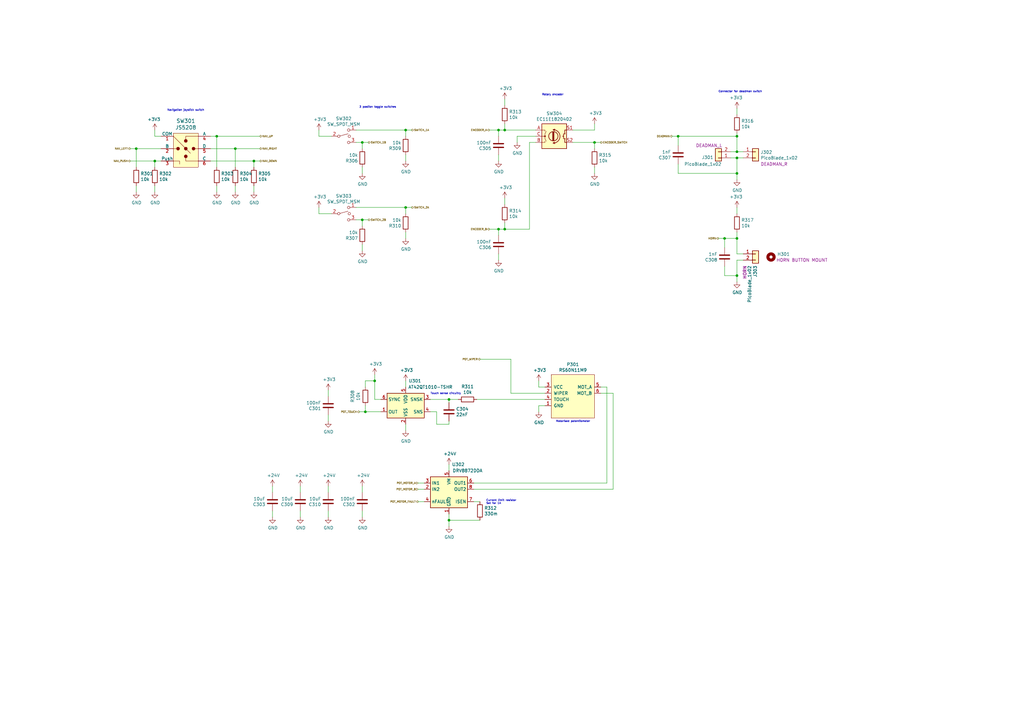
<source format=kicad_sch>
(kicad_sch (version 20211123) (generator eeschema)
  (paper "A3")
  (title_block (title "Control Box") (date "2020-12-15") (rev "vB") (comment 1 "EA") (comment 2 "MJ"))
  (lib_symbols
    (symbol "Driver_Motor:DRV8872DDA"
      (property "Reference" "U" (at -6.35 6.35 0))
      (property "Value" "DRV8872DDA" (at 8.89 6.35 0))
      (symbol "DRV8872DDA_0_1"
        (rectangle (start -7.62 5.08) (end 7.62 -7.62) (stroke (width 0.254)) (fill (type background)))
      )
      (symbol "DRV8872DDA_1_1"
        (pin power_in line (at 0 -10.16 90) (length 2.54) (name "GND") (number "1"))
        (pin input line (at -10.16 0 0) (length 2.54) (name "IN2") (number "2"))
        (pin input line (at -10.16 2.54 0) (length 2.54) (name "IN1") (number "3"))
        (pin open_collector line (at -10.16 -5.08 0) (length 2.54) (name "nFAULT") (number "4"))
        (pin power_in line (at 0 7.62 270) (length 2.54) (name "VM") (number "5"))
        (pin output line (at 10.16 2.54 180) (length 2.54) (name "OUT1") (number "6"))
        (pin passive line (at 10.16 -5.08 180) (length 2.54) (name "ISEN") (number "7"))
        (pin output line (at 10.16 0 180) (length 2.54) (name "OUT2") (number "8"))
        (pin passive line (at 0 -10.16 90) (length 2.54) hide (name "GND") (number "9"))
      )
    )
    (symbol "RCAS_Connectors_Generic:Conn_01x02" (pin_names (offset 1.016) hide)
      (property "Reference" "J" (at 0 2.54 0))
      (property "Value" "Conn_01x02" (at 0 -5.08 0))
      (symbol "Conn_01x02_1_1"
        (rectangle (start -1.27 -2.413) (end 0 -2.667) (stroke (width 0.1524)))
        (rectangle (start -1.27 0.127) (end 0 -0.127) (stroke (width 0.1524)))
        (rectangle (start -1.27 1.27) (end 1.27 -3.81) (stroke (width 0.254)) (fill (type background)))
        (pin passive line (at -5.08 0 0) (length 3.81) (name "Pin_1") (number "1"))
        (pin passive line (at -5.08 -2.54 0) (length 3.81) (name "Pin_2") (number "2"))
      )
    )
    (symbol "RCAS_Mechanical:MountingHole" (pin_names (offset 1.016))
      (property "Reference" "H" (at 0 5.08 0))
      (property "Value" "MountingHole" (at 0 3.175 0))
      (symbol "MountingHole_0_1"
        (circle (center 0 0) (radius 1.27) (stroke (width 1.27)))
      )
    )
    (symbol "RCAS_Passives:Capacitor" (pin_numbers hide) (pin_names (offset 0.254))
      (property "Reference" "C" (at 0.635 2.54 0))
      (property "Value" "Capacitor" (at 0.635 -2.54 0))
      (symbol "Capacitor_0_1"
        (polyline (pts (xy -2.032 -0.762) (xy 2.032 -0.762)) (stroke (width 0.508)))
        (polyline (pts (xy -2.032 0.762) (xy 2.032 0.762)) (stroke (width 0.508)))
      )
      (symbol "Capacitor_1_1"
        (pin passive line (at 0 3.81 270) (length 2.794) (name "~") (number "1"))
        (pin passive line (at 0 -3.81 90) (length 2.794) (name "~") (number "2"))
      )
    )
    (symbol "RCAS_Passives:Resistor" (pin_numbers hide) (pin_names (offset 0))
      (property "Reference" "R" (at 2.032 0 90))
      (property "Value" "Resistor" (at 0 0 90))
      (symbol "Resistor_0_1"
        (rectangle (start -1.016 -2.54) (end 1.016 2.54) (stroke (width 0.254)))
      )
      (symbol "Resistor_1_1"
        (pin passive line (at 0 3.81 270) (length 1.27) (name "~") (number "1"))
        (pin passive line (at 0 -3.81 90) (length 1.27) (name "~") (number "2"))
      )
    )
    (symbol "RCAS_Potentiometers:RS60N11M9" (pin_names (offset 1.016))
      (property "Reference" "P" (at 7.62 13.97 0))
      (property "Value" "RS60N11M9" (at 7.62 11.43 0))
      (symbol "RS60N11M9_0_1"
        (rectangle (start -1.27 10.16) (end 16.51 -7.62) (fill (type background)))
      )
      (symbol "RS60N11M9_1_1"
        (pin power_in line (at -3.81 -2.54 0) (length 2.54) (name "GND") (number "1"))
        (pin output line (at -3.81 2.54 0) (length 2.54) (name "WIPER") (number "2"))
        (pin power_in line (at -3.81 5.08 0) (length 2.54) (name "VCC") (number "3"))
        (pin output line (at -3.81 0 0) (length 2.54) (name "TOUCH") (number "4"))
        (pin input line (at 19.05 5.08 180) (length 2.54) (name "MOT_A") (number "5"))
        (pin input line (at 19.05 2.54 180) (length 2.54) (name "MOT_B") (number "6"))
      )
    )
    (symbol "RCAS_Power_Symbols:+24V0" (power) (pin_names (offset 0))
      (property "Value" "+24V0" (at 0 3.556 0))
      (symbol "+24V0_0_1"
        (polyline (pts (xy -0.762 1.27) (xy 0 2.54)))
        (polyline (pts (xy 0 0) (xy 0 2.54)))
        (polyline (pts (xy 0 2.54) (xy 0.762 1.27)))
      )
      (symbol "+24V0_1_1"
        (pin power_in line (at 0 0 90) (length 0) hide (name "+24V") (number "1"))
      )
    )
    (symbol "RCAS_Power_Symbols:+3V3" (power) (pin_names (offset 0))
      (property "Value" "+3V3" (at 0 3.556 0))
      (symbol "+3V3_0_1"
        (polyline (pts (xy -0.762 1.27) (xy 0 2.54)))
        (polyline (pts (xy 0 0) (xy 0 2.54)))
        (polyline (pts (xy 0 2.54) (xy 0.762 1.27)))
      )
      (symbol "+3V3_1_1"
        (pin power_in line (at 0 0 90) (length 0) hide (name "+3V3") (number "1"))
      )
    )
    (symbol "RCAS_Power_Symbols:GND" (power) (pin_names (offset 0))
      (property "Value" "GND" (at 0 -3.81 0))
      (symbol "GND_0_1"
        (polyline (pts (xy 0 0) (xy 0 -1.27) (xy 1.27 -1.27) (xy 0 -2.54) (xy -1.27 -1.27) (xy 0 -1.27)))
      )
      (symbol "GND_1_1"
        (pin power_in line (at 0 0 270) (length 0) hide (name "GND") (number "1"))
      )
    )
    (symbol "RCAS_Sensor_Touch:AT42QT1010-TSHR"
      (property "Reference" "U" (at -2.54 8.255 0))
      (property "Value" "AT42QT1010-TSHR" (at -2.54 6.35 0))
      (symbol "AT42QT1010-TSHR_0_1"
        (rectangle (start -7.62 5.08) (end 7.62 -5.08) (stroke (width 0.254)) (fill (type background)))
      )
      (symbol "AT42QT1010-TSHR_1_1"
        (pin output line (at -10.16 -2.54 0) (length 2.54) (name "OUT") (number "1"))
        (pin power_in line (at 0 -7.62 90) (length 2.54) (name "VSS") (number "2"))
        (pin passive line (at 10.16 2.54 180) (length 2.54) (name "SNSK") (number "3"))
        (pin passive line (at 10.16 -2.54 180) (length 2.54) (name "SNS") (number "4"))
        (pin power_in line (at 0 7.62 270) (length 2.54) (name "VDD") (number "5"))
        (pin input line (at -10.16 2.54 0) (length 2.54) (name "SYNC") (number "6"))
      )
    )
    (symbol "RCAS_Switches:JS5208" (pin_names (offset 0))
      (property "Reference" "S" (at -5.08 7.62 0))
      (property "Value" "JS5208" (at 0 -8.89 0))
      (symbol "JS5208_0_1"
        (rectangle (start -5.08 6.35) (end 5.08 -7.62) (fill (type background)))
        (circle (center -3.175 0) (radius 0.635) (fill (type outline)))
        (circle (center 0 -3.175) (radius 0.635) (fill (type outline)))
        (polyline (pts (xy -5.08 0) (xy -3.81 0)))
        (polyline (pts (xy -5.08 5.08) (xy 1.905 -1.905)))
        (polyline (pts (xy 5.08 0) (xy 3.81 0)))
        (polyline (pts (xy -5.08 -5.08) (xy -2.54 -5.08) (xy -2.54 -6.35)))
        (polyline (pts (xy 5.08 -5.08) (xy 0 -5.08) (xy 0 -3.81)))
        (polyline (pts (xy 5.08 5.08) (xy 0 5.08) (xy 0 3.81)))
        (circle (center 0 0) (radius 0.635) (fill (type outline)))
        (circle (center 0 3.175) (radius 0.635) (fill (type outline)))
        (circle (center 3.175 0) (radius 0.635) (fill (type outline)))
      )
      (symbol "JS5208_1_1"
        (pin passive line (at -10.16 5.08 0) (length 5.08) (name "COM") (number "1"))
        (pin passive line (at -10.16 0 0) (length 5.08) (name "B") (number "2"))
        (pin passive line (at -10.16 -5.08 0) (length 5.08) (name "Push") (number "3"))
        (pin passive line (at 10.16 5.08 180) (length 5.08) (name "A") (number "4"))
        (pin passive line (at 10.16 0 180) (length 5.08) (name "D") (number "5"))
        (pin passive line (at 10.16 -5.08 180) (length 5.08) (name "C") (number "6"))
      )
    )
    (symbol "RCAS_Switches:Rotary_Encoder_Switch" (pin_names (offset 0.254) hide)
      (property "Reference" "SW" (at 0 6.604 0))
      (property "Value" "Rotary_Encoder_Switch" (at 0 -6.604 0))
      (symbol "Rotary_Encoder_Switch_0_1"
        (rectangle (start -5.08 5.08) (end 5.08 -5.08) (stroke (width 0.254)) (fill (type background)))
        (circle (center -3.81 0) (radius 0.254) (fill (type outline)))
        (arc (start -0.381 -2.794) (mid 2.3622 -0.0635) (end -0.381 2.667) (stroke (width 0.254)))
        (circle (center -0.381 0) (radius 1.905) (stroke (width 0.254)))
        (polyline (pts (xy -0.635 -1.778) (xy -0.635 1.778)) (stroke (width 0.254)))
        (polyline (pts (xy -0.381 -1.778) (xy -0.381 1.778)) (stroke (width 0.254)))
        (polyline (pts (xy -0.127 1.778) (xy -0.127 -1.778)) (stroke (width 0.254)))
        (polyline (pts (xy 3.81 0) (xy 3.429 0)) (stroke (width 0.254)))
        (polyline (pts (xy 3.81 1.016) (xy 3.81 -1.016)) (stroke (width 0.254)))
        (polyline (pts (xy -5.08 -2.54) (xy -3.81 -2.54) (xy -3.81 -2.032)))
        (polyline (pts (xy -5.08 2.54) (xy -3.81 2.54) (xy -3.81 2.032)))
        (polyline (pts (xy 0.254 -3.048) (xy -0.508 -2.794) (xy 0.127 -2.413)) (stroke (width 0.254)))
        (polyline (pts (xy 0.254 2.921) (xy -0.508 2.667) (xy 0.127 2.286)) (stroke (width 0.254)))
        (polyline (pts (xy 5.08 -2.54) (xy 4.318 -2.54) (xy 4.318 -1.016)) (stroke (width 0.254)))
        (polyline (pts (xy 5.08 2.54) (xy 4.318 2.54) (xy 4.318 1.016)) (stroke (width 0.254)))
        (polyline (pts (xy -5.08 0) (xy -3.81 0) (xy -3.81 -1.016) (xy -3.302 -2.032)))
        (polyline (pts (xy -4.318 0) (xy -3.81 0) (xy -3.81 1.016) (xy -3.302 2.032)))
        (circle (center 4.318 -1.016) (radius 0.127) (stroke (width 0.254)))
        (circle (center 4.318 1.016) (radius 0.127) (stroke (width 0.254)))
      )
      (symbol "Rotary_Encoder_Switch_1_1"
        (pin passive line (at -7.62 2.54 0) (length 2.54) (name "A") (number "A"))
        (pin passive line (at -7.62 -2.54 0) (length 2.54) (name "B") (number "B"))
        (pin passive line (at -7.62 0 0) (length 2.54) (name "C") (number "C"))
        (pin passive line (at 7.62 2.54 180) (length 2.54) (name "S1") (number "S1"))
        (pin passive line (at 7.62 -2.54 180) (length 2.54) (name "S2") (number "S2"))
      )
    )
    (symbol "RCAS_Switches:SW_SPDT_MSM" (pin_names (offset 0) hide)
      (property "Reference" "SW" (at 0 5.08 0))
      (property "Value" "SW_SPDT_MSM" (at 0 -5.08 0))
      (symbol "SW_SPDT_MSM_0_0"
        (circle (center -2.032 0) (radius 0.508))
        (polyline (pts (xy -1.524 0.127) (xy 1.778 1.016)))
        (circle (center 2.032 -2.54) (radius 0.508))
      )
      (symbol "SW_SPDT_MSM_0_1"
        (circle (center 2.032 2.54) (radius 0.508))
        (circle (center 2.286 0) (radius 0.508))
      )
      (symbol "SW_SPDT_MSM_1_1"
        (pin passive line (at 5.08 2.54 180) (length 2.54) (name "1") (number "1"))
        (pin passive line (at -5.08 0 0) (length 2.54) (name "2") (number "2"))
        (pin passive line (at 5.08 -2.54 180) (length 2.54) (name "3") (number "3"))
      )
    )
  )
  (junction (at 207.01 93.98))
  (junction (at 243.84 58.42))
  (junction (at 63.5 66.04))
  (junction (at 302.26 64.77))
  (junction (at 302.26 71.12))
  (junction (at 104.14 66.04))
  (junction (at 204.47 93.98))
  (junction (at 302.26 113.03))
  (junction (at 166.37 85.09))
  (junction (at 184.15 213.36))
  (junction (at 297.18 97.79))
  (junction (at 148.59 58.42))
  (junction (at 207.01 53.34))
  (junction (at 204.47 53.34))
  (junction (at 148.59 90.17))
  (junction (at 302.26 97.79))
  (junction (at 166.37 53.34))
  (junction (at 184.15 163.83))
  (junction (at 278.13 55.88))
  (junction (at 302.26 55.88))
  (junction (at 149.86 168.91))
  (junction (at 302.26 62.23))
  (junction (at 96.52 60.96))
  (junction (at 55.88 60.96))
  (junction (at 88.9 55.88))
  (junction (at 153.67 156.21))
  (wire (pts (xy 302.26 55.88) (xy 302.26 62.23)))
  (wire (pts (xy 223.52 158.75) (xy 220.98 158.75)))
  (wire (pts (xy 207.01 50.8) (xy 207.01 53.34)))
  (wire (pts (xy 149.86 158.75) (xy 149.86 156.21)))
  (wire (pts (xy 134.62 162.56) (xy 134.62 160.02)))
  (wire (pts (xy 248.92 198.12) (xy 194.31 198.12)))
  (wire (pts (xy 294.64 97.79) (xy 297.18 97.79)))
  (wire (pts (xy 111.76 201.93) (xy 111.76 199.39)))
  (wire (pts (xy 148.59 209.55) (xy 148.59 212.09)))
  (wire (pts (xy 220.98 168.91) (xy 220.98 166.37)))
  (wire (pts (xy 176.53 163.83) (xy 184.15 163.83)))
  (wire (pts (xy 184.15 213.36) (xy 184.15 215.9)))
  (wire (pts (xy 55.88 60.96) (xy 53.34 60.96)))
  (wire (pts (xy 204.47 93.98) (xy 207.01 93.98)))
  (wire (pts (xy 212.09 55.88) (xy 219.71 55.88)))
  (wire (pts (xy 302.26 106.68) (xy 304.8 106.68)))
  (wire (pts (xy 147.32 168.91) (xy 149.86 168.91)))
  (wire (pts (xy 220.98 166.37) (xy 223.52 166.37)))
  (wire (pts (xy 297.18 97.79) (xy 302.26 97.79)))
  (wire (pts (xy 207.01 53.34) (xy 219.71 53.34)))
  (wire (pts (xy 104.14 66.04) (xy 104.14 68.58)))
  (wire (pts (xy 209.55 161.29) (xy 209.55 147.32)))
  (wire (pts (xy 153.67 153.67) (xy 153.67 156.21)))
  (wire (pts (xy 195.58 163.83) (xy 223.52 163.83)))
  (wire (pts (xy 207.01 40.64) (xy 207.01 43.18)))
  (wire (pts (xy 130.81 53.34) (xy 130.81 55.88)))
  (wire (pts (xy 234.95 53.34) (xy 243.84 53.34)))
  (wire (pts (xy 302.26 113.03) (xy 297.18 113.03)))
  (wire (pts (xy 55.88 60.96) (xy 55.88 68.58)))
  (wire (pts (xy 246.38 158.75) (xy 248.92 158.75)))
  (wire (pts (xy 204.47 104.14) (xy 204.47 106.68)))
  (wire (pts (xy 88.9 55.88) (xy 86.36 55.88)))
  (wire (pts (xy 148.59 102.87) (xy 148.59 100.33)))
  (wire (pts (xy 148.59 58.42) (xy 148.59 60.96)))
  (wire (pts (xy 166.37 53.34) (xy 168.91 53.34)))
  (wire (pts (xy 302.26 71.12) (xy 302.26 73.66)))
  (wire (pts (xy 302.26 44.45) (xy 302.26 46.99)))
  (wire (pts (xy 204.47 53.34) (xy 207.01 53.34)))
  (wire (pts (xy 96.52 60.96) (xy 96.52 68.58)))
  (wire (pts (xy 179.07 173.99) (xy 184.15 173.99)))
  (wire (pts (xy 148.59 90.17) (xy 148.59 92.71)))
  (wire (pts (xy 148.59 71.12) (xy 148.59 68.58)))
  (wire (pts (xy 171.45 205.74) (xy 173.99 205.74)))
  (wire (pts (xy 88.9 78.74) (xy 88.9 76.2)))
  (wire (pts (xy 130.81 55.88) (xy 135.89 55.88)))
  (wire (pts (xy 176.53 168.91) (xy 179.07 168.91)))
  (wire (pts (xy 278.13 55.88) (xy 275.59 55.88)))
  (wire (pts (xy 278.13 55.88) (xy 302.26 55.88)))
  (wire (pts (xy 207.01 81.28) (xy 207.01 83.82)))
  (wire (pts (xy 302.26 64.77) (xy 304.8 64.77)))
  (wire (pts (xy 299.72 64.77) (xy 302.26 64.77)))
  (wire (pts (xy 63.5 53.34) (xy 63.5 55.88)))
  (wire (pts (xy 166.37 158.75) (xy 166.37 156.21)))
  (wire (pts (xy 302.26 64.77) (xy 302.26 71.12)))
  (wire (pts (xy 209.55 161.29) (xy 223.52 161.29)))
  (wire (pts (xy 302.26 54.61) (xy 302.26 55.88)))
  (wire (pts (xy 297.18 97.79) (xy 297.18 101.6)))
  (wire (pts (xy 166.37 85.09) (xy 168.91 85.09)))
  (wire (pts (xy 194.31 205.74) (xy 196.85 205.74)))
  (wire (pts (xy 166.37 85.09) (xy 146.05 85.09)))
  (wire (pts (xy 130.81 85.09) (xy 130.81 87.63)))
  (wire (pts (xy 243.84 58.42) (xy 243.84 60.96)))
  (wire (pts (xy 63.5 78.74) (xy 63.5 76.2)))
  (wire (pts (xy 184.15 165.1) (xy 184.15 163.83)))
  (wire (pts (xy 243.84 71.12) (xy 243.84 68.58)))
  (wire (pts (xy 149.86 168.91) (xy 156.21 168.91)))
  (wire (pts (xy 302.26 62.23) (xy 299.72 62.23)))
  (wire (pts (xy 166.37 66.04) (xy 166.37 63.5)))
  (wire (pts (xy 123.19 201.93) (xy 123.19 199.39)))
  (wire (pts (xy 184.15 193.04) (xy 184.15 190.5)))
  (wire (pts (xy 111.76 209.55) (xy 111.76 212.09)))
  (wire (pts (xy 304.8 104.14) (xy 302.26 104.14)))
  (wire (pts (xy 148.59 90.17) (xy 151.13 90.17)))
  (wire (pts (xy 146.05 90.17) (xy 148.59 90.17)))
  (wire (pts (xy 217.17 58.42) (xy 217.17 93.98)))
  (wire (pts (xy 173.99 200.66) (xy 171.45 200.66)))
  (wire (pts (xy 96.52 78.74) (xy 96.52 76.2)))
  (wire (pts (xy 123.19 209.55) (xy 123.19 212.09)))
  (wire (pts (xy 302.26 85.09) (xy 302.26 87.63)))
  (wire (pts (xy 248.92 158.75) (xy 248.92 198.12)))
  (wire (pts (xy 63.5 66.04) (xy 63.5 68.58)))
  (wire (pts (xy 86.36 60.96) (xy 96.52 60.96)))
  (wire (pts (xy 220.98 158.75) (xy 220.98 156.21)))
  (wire (pts (xy 171.45 198.12) (xy 173.99 198.12)))
  (wire (pts (xy 302.26 106.68) (xy 302.26 113.03)))
  (wire (pts (xy 207.01 91.44) (xy 207.01 93.98)))
  (wire (pts (xy 166.37 176.53) (xy 166.37 173.99)))
  (wire (pts (xy 104.14 66.04) (xy 106.68 66.04)))
  (wire (pts (xy 278.13 55.88) (xy 278.13 59.69)))
  (wire (pts (xy 166.37 87.63) (xy 166.37 85.09)))
  (wire (pts (xy 243.84 50.8) (xy 243.84 53.34)))
  (wire (pts (xy 184.15 210.82) (xy 184.15 213.36)))
  (wire (pts (xy 148.59 58.42) (xy 151.13 58.42)))
  (wire (pts (xy 302.26 115.57) (xy 302.26 113.03)))
  (wire (pts (xy 184.15 163.83) (xy 187.96 163.83)))
  (wire (pts (xy 149.86 156.21) (xy 153.67 156.21)))
  (wire (pts (xy 153.67 156.21) (xy 153.67 163.83)))
  (wire (pts (xy 66.04 66.04) (xy 63.5 66.04)))
  (wire (pts (xy 278.13 71.12) (xy 302.26 71.12)))
  (wire (pts (xy 149.86 166.37) (xy 149.86 168.91)))
  (wire (pts (xy 302.26 97.79) (xy 302.26 95.25)))
  (wire (pts (xy 66.04 60.96) (xy 55.88 60.96)))
  (wire (pts (xy 156.21 163.83) (xy 153.67 163.83)))
  (wire (pts (xy 134.62 170.18) (xy 134.62 172.72)))
  (wire (pts (xy 88.9 55.88) (xy 106.68 55.88)))
  (wire (pts (xy 243.84 58.42) (xy 246.38 58.42)))
  (wire (pts (xy 166.37 97.79) (xy 166.37 95.25)))
  (wire (pts (xy 209.55 147.32) (xy 196.85 147.32)))
  (wire (pts (xy 200.66 53.34) (xy 204.47 53.34)))
  (wire (pts (xy 204.47 63.5) (xy 204.47 66.04)))
  (wire (pts (xy 194.31 200.66) (xy 251.46 200.66)))
  (wire (pts (xy 207.01 93.98) (xy 217.17 93.98)))
  (wire (pts (xy 166.37 55.88) (xy 166.37 53.34)))
  (wire (pts (xy 184.15 173.99) (xy 184.15 172.72)))
  (wire (pts (xy 104.14 78.74) (xy 104.14 76.2)))
  (wire (pts (xy 200.66 93.98) (xy 204.47 93.98)))
  (wire (pts (xy 217.17 58.42) (xy 219.71 58.42)))
  (wire (pts (xy 302.26 97.79) (xy 302.26 104.14)))
  (wire (pts (xy 204.47 96.52) (xy 204.47 93.98)))
  (wire (pts (xy 302.26 62.23) (xy 304.8 62.23)))
  (wire (pts (xy 134.62 201.93) (xy 134.62 199.39)))
  (wire (pts (xy 278.13 67.31) (xy 278.13 71.12)))
  (wire (pts (xy 179.07 168.91) (xy 179.07 173.99)))
  (wire (pts (xy 212.09 55.88) (xy 212.09 58.42)))
  (wire (pts (xy 63.5 55.88) (xy 66.04 55.88)))
  (wire (pts (xy 88.9 55.88) (xy 88.9 68.58)))
  (wire (pts (xy 297.18 109.22) (xy 297.18 113.03)))
  (wire (pts (xy 251.46 200.66) (xy 251.46 161.29)))
  (wire (pts (xy 196.85 213.36) (xy 184.15 213.36)))
  (wire (pts (xy 55.88 78.74) (xy 55.88 76.2)))
  (wire (pts (xy 166.37 53.34) (xy 146.05 53.34)))
  (wire (pts (xy 146.05 58.42) (xy 148.59 58.42)))
  (wire (pts (xy 251.46 161.29) (xy 246.38 161.29)))
  (wire (pts (xy 204.47 55.88) (xy 204.47 53.34)))
  (wire (pts (xy 130.81 87.63) (xy 135.89 87.63)))
  (wire (pts (xy 86.36 66.04) (xy 104.14 66.04)))
  (wire (pts (xy 134.62 209.55) (xy 134.62 212.09)))
  (wire (pts (xy 96.52 60.96) (xy 106.68 60.96)))
  (wire (pts (xy 234.95 58.42) (xy 243.84 58.42)))
  (wire (pts (xy 53.34 66.04) (xy 63.5 66.04)))
  (wire (pts (xy 148.59 201.93) (xy 148.59 199.39)))
  (text "Connector for deadman switch" (at 294.64 38.1 0) (effects (font (size 0.762 0.762)) (justify left bottom)))
  (text "Motorised potentiometer" (at 227.965 173.355 0) (effects (font (size 0.762 0.762)) (justify left bottom)))
  (text "Touch sense circuitry" (at 176.53 161.925 0) (effects (font (size 0.762 0.762)) (justify left bottom)))
  (text "Current limit resistor\nSet for 1A" (at 199.39 207.01 0) (effects (font (size 0.762 0.762)) (justify left bottom)))
  (text "Navigation joystick switch" (at 68.58 45.72 0) (effects (font (size 0.762 0.762)) (justify left bottom)))
  (text "Rotary encoder" (at 222.25 39.37 0) (effects (font (size 0.762 0.762)) (justify left bottom)))
  (text "3 postion toggle switches" (at 147.32 44.45 0) (effects (font (size 0.762 0.762)) (justify left bottom)))
  (hierarchical_label "ENCODER_B" (shape output) (at 200.66 93.98 180) (effects (font (size 0.762 0.762))))
  (hierarchical_label "POT_MOTOR_A" (shape input) (at 171.45 198.12 180) (effects (font (size 0.762 0.762))))
  (hierarchical_label "DEADMAN" (shape output) (at 275.59 55.88 180) (effects (font (size 0.762 0.762))))
  (hierarchical_label "SWITCH_2B" (shape output) (at 151.13 90.17 0) (effects (font (size 0.762 0.762))))
  (hierarchical_label "POT_WIPER" (shape output) (at 196.85 147.32 180) (effects (font (size 0.762 0.762))))
  (hierarchical_label "NAV_UP" (shape output) (at 106.68 55.88 0) (effects (font (size 0.762 0.762))))
  (hierarchical_label "SWITCH_2A" (shape output) (at 168.91 85.09 0) (effects (font (size 0.762 0.762))))
  (hierarchical_label "ENCODER_SWITCH" (shape output) (at 246.38 58.42 0) (effects (font (size 0.762 0.762))))
  (hierarchical_label "POT_MOTOR_B" (shape input) (at 171.45 200.66 180) (effects (font (size 0.762 0.762))))
  (hierarchical_label "NAV_DOWN" (shape output) (at 106.68 66.04 0) (effects (font (size 0.762 0.762))))
  (hierarchical_label "ENCODER_A" (shape output) (at 200.66 53.34 180) (effects (font (size 0.762 0.762))))
  (hierarchical_label "HORN" (shape output) (at 294.64 97.79 180) (effects (font (size 0.762 0.762))))
  (hierarchical_label "POT_MOTOR_FAULT" (shape output) (at 171.45 205.74 180) (effects (font (size 0.762 0.762))))
  (hierarchical_label "SWITCH_1A" (shape output) (at 168.91 53.34 0) (effects (font (size 0.762 0.762))))
  (hierarchical_label "NAV_LEFT" (shape output) (at 53.34 60.96 180) (effects (font (size 0.762 0.762))))
  (hierarchical_label "SWITCH_1B" (shape output) (at 151.13 58.42 0) (effects (font (size 0.762 0.762))))
  (hierarchical_label "POT_TOUCH" (shape output) (at 147.32 168.91 180) (effects (font (size 0.762 0.762))))
  (hierarchical_label "NAV_PUSH" (shape output) (at 53.34 66.04 180) (effects (font (size 0.762 0.762))))
  (hierarchical_label "NAV_RIGHT" (shape output) (at 106.68 60.96 0) (effects (font (size 0.762 0.762))))
  (symbol (lib_id "RCAS_Power_Symbols:GND") (at 220.98 168.91 0) (unit 1)
    (property "Reference" "#PWR0331" (effects hide))
    (property "Value" "GND" (at 221.107 173.3042 0))
  )
  (symbol (lib_id "RCAS_Power_Symbols:+3V3") (at 166.37 156.21 0) (unit 1)
    (property "Reference" "#PWR0321" (effects hide))
    (property "Value" "+3V3" (at 166.751 151.8158 0))
  )
  (symbol (lib_id "RCAS_Power_Symbols:GND") (at 166.37 176.53 0) (unit 1)
    (property "Reference" "#PWR0322" (effects hide))
    (property "Value" "GND" (at 166.497 180.9242 0))
  )
  (symbol (lib_id "RCAS_Sensor_Touch:AT42QT1010-TSHR") (at 166.37 166.37 0) (unit 1)
    (property "Reference" "U301" (at 170.18 156.21 0))
    (property "Value" "AT42QT1010-TSHR" (at 176.53 158.75 0))
    (property "Footprint" "RCAS_Package_TO_SOT_SMD:SOT-23-6" (effects hide))
    (property "Basic/Extended" "Extended" (effects hide))
    (property "LCSC" "C74512" (effects hide))
  )
  (symbol (lib_id "RCAS_Power_Symbols:+3V3") (at 220.98 156.21 0) (unit 1)
    (property "Reference" "#PWR0330" (effects hide))
    (property "Value" "+3V3" (at 221.361 151.8158 0))
  )
  (symbol (lib_id "RCAS_Passives:Capacitor") (at 184.15 168.91 0) (unit 1)
    (property "Reference" "C304" (at 187.071 167.7416 0) (effects (justify left)))
    (property "Value" "22nF" (at 187.071 170.053 0) (effects (justify left)))
    (property "Footprint" "RCAS_Capacitor_SMD:C_0603_1608Metric_Pad1.05x0.95mm_HandSolder" (effects hide))
    (property "Basic/Extended" "Basic" (effects hide))
    (property "LCSC" "C21122" (effects hide))
  )
  (symbol (lib_id "RCAS_Passives:Resistor") (at 191.77 163.83 270) (unit 1)
    (property "Reference" "R311" (at 191.77 158.5722 90))
    (property "Value" "10k" (at 191.77 160.8836 90))
    (property "Footprint" "RCAS_Resistor_SMD:R_0603_1608Metric_Pad1.05x0.95mm_HandSolder" (effects hide))
    (property "Basic/Extended" "Basic" (effects hide))
    (property "LCSC" "C25804" (effects hide))
  )
  (symbol (lib_id "RCAS_Passives:Capacitor") (at 204.47 59.69 180) (unit 1)
    (property "Reference" "C305" (at 201.549 60.8584 0) (effects (justify left)))
    (property "Value" "100nF" (at 201.549 58.547 0) (effects (justify left)))
    (property "Footprint" "RCAS_Capacitor_SMD:C_0603_1608Metric_Pad1.05x0.95mm_HandSolder" (effects hide))
    (property "LCSC" "C14663" (effects hide))
    (property "Basic/Extended" "Basic" (effects hide))
  )
  (symbol (lib_id "RCAS_Passives:Resistor") (at 63.5 72.39 0) (unit 1)
    (property "Reference" "R302" (at 65.278 71.2216 0) (effects (justify left)))
    (property "Value" "10k" (at 65.278 73.533 0) (effects (justify left)))
    (property "Footprint" "RCAS_Resistor_SMD:R_0603_1608Metric_Pad1.05x0.95mm_HandSolder" (effects hide))
    (property "Basic/Extended" "Basic" (effects hide))
    (property "LCSC" "C25804" (effects hide))
  )
  (symbol (lib_id "RCAS_Passives:Resistor") (at 96.52 72.39 0) (unit 1)
    (property "Reference" "R304" (at 98.298 71.2216 0) (effects (justify left)))
    (property "Value" "10k" (at 98.298 73.533 0) (effects (justify left)))
    (property "Footprint" "RCAS_Resistor_SMD:R_0603_1608Metric_Pad1.05x0.95mm_HandSolder" (effects hide))
    (property "Basic/Extended" "Basic" (effects hide))
    (property "LCSC" "C25804" (effects hide))
  )
  (symbol (lib_id "RCAS_Passives:Resistor") (at 88.9 72.39 0) (unit 1)
    (property "Reference" "R303" (at 90.678 71.2216 0) (effects (justify left)))
    (property "Value" "10k" (at 90.678 73.533 0) (effects (justify left)))
    (property "Footprint" "RCAS_Resistor_SMD:R_0603_1608Metric_Pad1.05x0.95mm_HandSolder" (effects hide))
    (property "Basic/Extended" "Basic" (effects hide))
    (property "LCSC" "C25804" (effects hide))
  )
  (symbol (lib_id "RCAS_Power_Symbols:+3V3") (at 63.5 53.34 0) (mirror y) (unit 1)
    (property "Reference" "#PWR0302" (effects hide))
    (property "Value" "+3V3" (at 63.119 48.9458 0))
  )
  (symbol (lib_id "RCAS_Passives:Resistor") (at 104.14 72.39 0) (unit 1)
    (property "Reference" "R305" (at 105.918 71.2216 0) (effects (justify left)))
    (property "Value" "10k" (at 105.918 73.533 0) (effects (justify left)))
    (property "Footprint" "RCAS_Resistor_SMD:R_0603_1608Metric_Pad1.05x0.95mm_HandSolder" (effects hide))
    (property "Basic/Extended" "Basic" (effects hide))
    (property "LCSC" "C25804" (effects hide))
  )
  (symbol (lib_id "RCAS_Passives:Resistor") (at 207.01 46.99 0) (unit 1)
    (property "Reference" "R313" (at 208.788 45.8216 0) (effects (justify left)))
    (property "Value" "10k" (at 208.788 48.133 0) (effects (justify left)))
    (property "Footprint" "RCAS_Resistor_SMD:R_0603_1608Metric_Pad1.05x0.95mm_HandSolder" (effects hide))
    (property "Basic/Extended" "Basic" (effects hide))
    (property "LCSC" "C25804" (effects hide))
  )
  (symbol (lib_id "RCAS_Power_Symbols:+3V3") (at 207.01 40.64 0) (unit 1)
    (property "Reference" "#PWR0327" (effects hide))
    (property "Value" "+3V3" (at 207.391 36.2458 0))
  )
  (symbol (lib_id "RCAS_Passives:Capacitor") (at 204.47 100.33 180) (unit 1)
    (property "Reference" "C306" (at 201.549 101.4984 0) (effects (justify left)))
    (property "Value" "100nF" (at 201.549 99.187 0) (effects (justify left)))
    (property "Footprint" "RCAS_Capacitor_SMD:C_0603_1608Metric_Pad1.05x0.95mm_HandSolder" (effects hide))
    (property "LCSC" "C14663" (effects hide))
    (property "Basic/Extended" "Basic" (effects hide))
  )
  (symbol (lib_id "RCAS_Passives:Resistor") (at 207.01 87.63 0) (unit 1)
    (property "Reference" "R314" (at 208.788 86.4616 0) (effects (justify left)))
    (property "Value" "10k" (at 208.788 88.773 0) (effects (justify left)))
    (property "Footprint" "RCAS_Resistor_SMD:R_0603_1608Metric_Pad1.05x0.95mm_HandSolder" (effects hide))
    (property "Basic/Extended" "Basic" (effects hide))
    (property "LCSC" "C25804" (effects hide))
  )
  (symbol (lib_id "RCAS_Power_Symbols:+3V3") (at 207.01 81.28 0) (unit 1)
    (property "Reference" "#PWR0328" (effects hide))
    (property "Value" "+3V3" (at 207.391 76.8858 0))
  )
  (symbol (lib_id "RCAS_Power_Symbols:GND") (at 204.47 66.04 0) (unit 1)
    (property "Reference" "#PWR0325" (effects hide))
    (property "Value" "GND" (at 204.597 70.4342 0))
  )
  (symbol (lib_id "RCAS_Power_Symbols:GND") (at 204.47 106.68 0) (unit 1)
    (property "Reference" "#PWR0326" (effects hide))
    (property "Value" "GND" (at 204.597 111.0742 0))
  )
  (symbol (lib_id "RCAS_Power_Symbols:GND") (at 212.09 58.42 0) (unit 1)
    (property "Reference" "#PWR0329" (effects hide))
    (property "Value" "GND" (at 212.217 62.8142 0))
  )
  (symbol (lib_id "RCAS_Power_Symbols:GND") (at 243.84 71.12 0) (unit 1)
    (property "Reference" "#PWR0333" (effects hide))
    (property "Value" "GND" (at 243.967 75.5142 0))
  )
  (symbol (lib_id "RCAS_Passives:Resistor") (at 243.84 64.77 0) (unit 1)
    (property "Reference" "R315" (at 245.618 63.6016 0) (effects (justify left)))
    (property "Value" "10k" (at 245.618 65.913 0) (effects (justify left)))
    (property "Footprint" "RCAS_Resistor_SMD:R_0603_1608Metric_Pad1.05x0.95mm_HandSolder" (effects hide))
    (property "Basic/Extended" "Basic" (effects hide))
    (property "LCSC" "C25804" (effects hide))
  )
  (symbol (lib_id "RCAS_Power_Symbols:+3V3") (at 243.84 50.8 0) (unit 1)
    (property "Reference" "#PWR0332" (effects hide))
    (property "Value" "+3V3" (at 244.221 46.4058 0))
  )
  (symbol (lib_id "RCAS_Potentiometers:RS60N11M9") (at 227.33 163.83 0) (unit 1)
    (property "Reference" "P301" (at 234.95 149.479 0))
    (property "Value" "RS60N11M9" (at 234.95 151.7904 0))
    (property "Footprint" "RCAS_Potentiometer_THT:Potentiometer_Motorised_RS60N11M9" (effects hide))
  )
  (symbol (lib_id "RCAS_Power_Symbols:+3V3") (at 130.81 85.09 0) (unit 1)
    (property "Reference" "#PWR0308" (effects hide))
    (property "Value" "+3V3" (at 131.191 80.6958 0))
  )
  (symbol (lib_id "RCAS_Power_Symbols:GND") (at 148.59 102.87 0) (unit 1)
    (property "Reference" "#PWR0314" (effects hide))
    (property "Value" "GND" (at 148.717 107.2642 0))
  )
  (symbol (lib_id "RCAS_Passives:Resistor") (at 166.37 91.44 0) (unit 1)
    (property "Reference" "R310" (at 164.592 92.6084 0) (effects (justify right)))
    (property "Value" "10k" (at 164.592 90.297 0) (effects (justify right)))
    (property "Footprint" "RCAS_Resistor_SMD:R_0603_1608Metric_Pad1.05x0.95mm_HandSolder" (effects hide))
    (property "Basic/Extended" "Basic" (effects hide))
    (property "LCSC" "C25804" (effects hide))
  )
  (symbol (lib_id "RCAS_Passives:Resistor") (at 148.59 96.52 0) (unit 1)
    (property "Reference" "R307" (at 146.812 97.6884 0) (effects (justify right)))
    (property "Value" "10k" (at 146.812 95.377 0) (effects (justify right)))
    (property "Footprint" "RCAS_Resistor_SMD:R_0603_1608Metric_Pad1.05x0.95mm_HandSolder" (effects hide))
    (property "Basic/Extended" "Basic" (effects hide))
    (property "LCSC" "C25804" (effects hide))
  )
  (symbol (lib_id "RCAS_Power_Symbols:+24V0") (at 184.15 190.5 0) (unit 1)
    (property "Reference" "#PWR0323" (effects hide))
    (property "Value" "+24V0" (at 184.531 186.1058 0))
  )
  (symbol (lib_id "RCAS_Power_Symbols:GND") (at 184.15 215.9 0) (unit 1)
    (property "Reference" "#PWR0324" (effects hide))
    (property "Value" "GND" (at 184.277 220.2942 0))
  )
  (symbol (lib_id "RCAS_Passives:Resistor") (at 196.85 209.55 0) (unit 1)
    (property "Reference" "R312" (at 198.628 208.3816 0) (effects (justify left)))
    (property "Value" "330m" (at 198.628 210.693 0) (effects (justify left)))
    (property "Footprint" "RCAS_Resistor_SMD:R_1210_3225Metric_Pad1.42x2.65mm_HandSolder" (effects hide))
    (property "Description" "330m, 0.5W" (effects hide))
    (property "Basic/Extended" "Extended" (effects hide))
    (property "LCSC" "C127712" (effects hide))
  )
  (symbol (lib_id "RCAS_Power_Symbols:+24V0") (at 111.76 199.39 0) (unit 1)
    (property "Reference" "#PWR0315" (effects hide))
    (property "Value" "+24V0" (at 112.141 194.9958 0))
  )
  (symbol (lib_id "RCAS_Power_Symbols:GND") (at 111.76 212.09 0) (unit 1)
    (property "Reference" "#PWR0316" (effects hide))
    (property "Value" "GND" (at 111.887 216.4842 0))
  )
  (symbol (lib_id "RCAS_Connectors_Generic:Conn_01x02") (at 309.88 62.23 0) (unit 1)
    (property "Reference" "J302" (at 311.912 62.4332 0) (effects (justify left)))
    (property "Value" "PicoBlade_1x02" (at 311.912 64.7446 0) (effects (justify left)))
    (property "Footprint" "RCAS_Connector_Molex:Molex_PicoBlade_53047-0210_1x02_P1.25mm_Vertical" (effects hide))
    (property "Label" "DEADMAN_R" (at 317.5 67.31 0))
    (property "Cost" "£0.13" (effects hide))
    (property "Manufacturer" "Molex" (effects hide))
    (property "Manufacturer Part Number" "0530470210" (effects hide))
    (property "Supplier" "DigiKey" (effects hide))
    (property "Supplier Part Number" "WM1731-ND" (effects hide))
  )
  (symbol (lib_id "RCAS_Passives:Resistor") (at 302.26 50.8 0) (unit 1)
    (property "Reference" "R316" (at 304.038 49.6316 0) (effects (justify left)))
    (property "Value" "10k" (at 304.038 51.943 0) (effects (justify left)))
    (property "Footprint" "RCAS_Resistor_SMD:R_0603_1608Metric_Pad1.05x0.95mm_HandSolder" (effects hide))
    (property "Basic/Extended" "Basic" (effects hide))
    (property "LCSC" "C25804" (effects hide))
  )
  (symbol (lib_id "RCAS_Power_Symbols:GND") (at 302.26 73.66 0) (unit 1)
    (property "Reference" "#PWR0335" (effects hide))
    (property "Value" "GND" (at 302.387 78.0542 0))
  )
  (symbol (lib_id "RCAS_Power_Symbols:+3V3") (at 302.26 44.45 0) (mirror y) (unit 1)
    (property "Reference" "#PWR0334" (effects hide))
    (property "Value" "+3V3" (at 301.879 40.0558 0))
  )
  (symbol (lib_id "RCAS_Connectors_Generic:Conn_01x02") (at 294.64 64.77 180) (unit 1)
    (property "Reference" "J301" (at 292.608 64.5668 0) (effects (justify left)))
    (property "Value" "PicoBlade_1x02" (at 295.91 67.31 0) (effects (justify left)))
    (property "Footprint" "RCAS_Connector_Molex:Molex_PicoBlade_53047-0210_1x02_P1.25mm_Vertical" (effects hide))
    (property "Label" "DEADMAN_L" (at 290.83 59.69 0))
    (property "Cost" "£0.13" (effects hide))
    (property "Manufacturer" "Molex" (effects hide))
    (property "Manufacturer Part Number" "0530470210" (effects hide))
    (property "Supplier" "DigiKey" (effects hide))
    (property "Supplier Part Number" "WM1731-ND" (effects hide))
  )
  (symbol (lib_id "RCAS_Power_Symbols:+3V3") (at 153.67 153.67 0) (unit 1)
    (property "Reference" "#PWR0317" (effects hide))
    (property "Value" "+3V3" (at 154.051 149.2758 0))
  )
  (symbol (lib_id "RCAS_Passives:Resistor") (at 302.26 91.44 0) (unit 1)
    (property "Reference" "R317" (at 304.038 90.2716 0) (effects (justify left)))
    (property "Value" "10k" (at 304.038 92.583 0) (effects (justify left)))
    (property "Footprint" "RCAS_Resistor_SMD:R_0603_1608Metric_Pad1.05x0.95mm_HandSolder" (effects hide))
    (property "Basic/Extended" "Basic" (effects hide))
    (property "LCSC" "C25804" (effects hide))
  )
  (symbol (lib_id "RCAS_Power_Symbols:GND") (at 302.26 115.57 0) (unit 1)
    (property "Reference" "#PWR0337" (effects hide))
    (property "Value" "GND" (at 302.387 119.9642 0))
  )
  (symbol (lib_id "RCAS_Power_Symbols:+3V3") (at 302.26 85.09 0) (mirror y) (unit 1)
    (property "Reference" "#PWR0336" (effects hide))
    (property "Value" "+3V3" (at 301.879 80.6958 0))
  )
  (symbol (lib_id "RCAS_Passives:Capacitor") (at 297.18 105.41 180) (unit 1)
    (property "Reference" "C308" (at 294.259 106.5784 0) (effects (justify left)))
    (property "Value" "1nF" (at 294.259 104.267 0) (effects (justify left)))
    (property "Footprint" "RCAS_Capacitor_SMD:C_0603_1608Metric_Pad1.05x0.95mm_HandSolder" (effects hide))
    (property "Basic/Extended" "Basic" (effects hide))
    (property "LCSC" "C1588" (effects hide))
  )
  (symbol (lib_id "RCAS_Switches:SW_SPDT_MSM") (at 140.97 87.63 0) (unit 1)
    (property "Reference" "SW303" (at 140.97 80.391 0))
    (property "Value" "SW_SPDT_MSM" (at 140.97 82.7024 0))
    (property "Footprint" "RCAS_Button_Switch_THT:SW_Toggle_14x7mm" (effects hide))
  )
  (symbol (lib_id "RCAS_Switches:SW_SPDT_MSM") (at 140.97 55.88 0) (unit 1)
    (property "Reference" "SW302" (at 140.97 48.641 0))
    (property "Value" "SW_SPDT_MSM" (at 140.97 50.9524 0))
    (property "Footprint" "RCAS_Button_Switch_THT:SW_Toggle_14x7mm" (effects hide))
  )
  (symbol (lib_id "RCAS_Switches:Rotary_Encoder_Switch") (at 227.33 55.88 0) (unit 1)
    (property "Reference" "SW304" (at 227.33 46.5582 0))
    (property "Value" "EC11E1820402" (at 227.33 48.8696 0))
    (property "Footprint" "RCAS_Rotary_Encoder:RotaryEncoder_Alps_EC11E-Switch_Vertical_H20mm" (effects hide))
  )
  (symbol (lib_id "RCAS_Switches:JS5208") (at 76.2 60.96 0) (unit 1)
    (property "Reference" "SW301" (at 76.2 49.6062 0) (effects (font (size 1.524 1.524))))
    (property "Value" "JS5208" (at 76.2 52.2986 0) (effects (font (size 1.524 1.524))))
    (property "Footprint" "RCAS_Button_Switch_SMD:Switch_Nav_12.4x12.4mm" (effects hide))
    (property "Datasheet" "http://spec_sheets.e-switch.com/specs/P200020.pdf" (effects hide))
  )
  (symbol (lib_id "RCAS_Passives:Capacitor") (at 278.13 63.5 180) (unit 1)
    (property "Reference" "C307" (at 275.209 64.6684 0) (effects (justify left)))
    (property "Value" "1nF" (at 275.209 62.357 0) (effects (justify left)))
    (property "Footprint" "RCAS_Capacitor_SMD:C_0603_1608Metric_Pad1.05x0.95mm_HandSolder" (effects hide))
    (property "Basic/Extended" "Basic" (effects hide))
    (property "LCSC" "C1588" (effects hide))
  )
  (symbol (lib_id "RCAS_Power_Symbols:GND") (at 88.9 78.74 0) (unit 1)
    (property "Reference" "#PWR0304" (effects hide))
    (property "Value" "GND" (at 89.027 83.1342 0))
  )
  (symbol (lib_id "RCAS_Power_Symbols:GND") (at 96.52 78.74 0) (unit 1)
    (property "Reference" "#PWR0305" (effects hide))
    (property "Value" "GND" (at 96.647 83.1342 0))
  )
  (symbol (lib_id "RCAS_Power_Symbols:GND") (at 104.14 78.74 0) (unit 1)
    (property "Reference" "#PWR0306" (effects hide))
    (property "Value" "GND" (at 104.267 83.1342 0))
  )
  (symbol (lib_id "RCAS_Passives:Capacitor") (at 148.59 205.74 180) (unit 1)
    (property "Reference" "C302" (at 145.669 206.9084 0) (effects (justify left)))
    (property "Value" "100nF" (at 145.669 204.597 0) (effects (justify left)))
    (property "Footprint" "RCAS_Capacitor_SMD:C_0603_1608Metric_Pad1.05x0.95mm_HandSolder" (effects hide))
    (property "LCSC" "C14663" (effects hide))
    (property "Basic/Extended" "Basic" (effects hide))
  )
  (symbol (lib_id "RCAS_Power_Symbols:+24V0") (at 148.59 199.39 0) (unit 1)
    (property "Reference" "#PWR0311" (effects hide))
    (property "Value" "+24V0" (at 148.971 194.9958 0))
  )
  (symbol (lib_id "RCAS_Power_Symbols:GND") (at 148.59 212.09 0) (unit 1)
    (property "Reference" "#PWR0312" (effects hide))
    (property "Value" "GND" (at 148.717 216.4842 0))
  )
  (symbol (lib_id "RCAS_Passives:Capacitor") (at 134.62 166.37 180) (unit 1)
    (property "Reference" "C301" (at 131.699 167.5384 0) (effects (justify left)))
    (property "Value" "100nF" (at 131.699 165.227 0) (effects (justify left)))
    (property "Footprint" "RCAS_Capacitor_SMD:C_0603_1608Metric_Pad1.05x0.95mm_HandSolder" (effects hide))
    (property "LCSC" "C14663" (effects hide))
    (property "Basic/Extended" "Basic" (effects hide))
  )
  (symbol (lib_id "RCAS_Power_Symbols:GND") (at 134.62 172.72 0) (unit 1)
    (property "Reference" "#PWR0310" (effects hide))
    (property "Value" "GND" (at 134.747 177.1142 0))
  )
  (symbol (lib_id "RCAS_Power_Symbols:GND") (at 166.37 97.79 0) (unit 1)
    (property "Reference" "#PWR0320" (effects hide))
    (property "Value" "GND" (at 166.497 102.1842 0))
  )
  (symbol (lib_id "RCAS_Passives:Resistor") (at 55.88 72.39 0) (unit 1)
    (property "Reference" "R301" (at 57.658 71.2216 0) (effects (justify left)))
    (property "Value" "10k" (at 57.658 73.533 0) (effects (justify left)))
    (property "Footprint" "RCAS_Resistor_SMD:R_0603_1608Metric_Pad1.05x0.95mm_HandSolder" (effects hide))
    (property "Basic/Extended" "Basic" (effects hide))
    (property "LCSC" "C25804" (effects hide))
  )
  (symbol (lib_id "RCAS_Power_Symbols:+3V3") (at 134.62 160.02 0) (unit 1)
    (property "Reference" "#PWR0309" (effects hide))
    (property "Value" "+3V3" (at 135.001 155.6258 0))
  )
  (symbol (lib_id "RCAS_Power_Symbols:+3V3") (at 130.81 53.34 0) (unit 1)
    (property "Reference" "#PWR0307" (effects hide))
    (property "Value" "+3V3" (at 131.191 48.9458 0))
  )
  (symbol (lib_id "RCAS_Power_Symbols:GND") (at 148.59 71.12 0) (unit 1)
    (property "Reference" "#PWR0313" (effects hide))
    (property "Value" "GND" (at 148.717 75.5142 0))
  )
  (symbol (lib_id "RCAS_Passives:Resistor") (at 166.37 59.69 0) (unit 1)
    (property "Reference" "R309" (at 164.592 60.8584 0) (effects (justify right)))
    (property "Value" "10k" (at 164.592 58.547 0) (effects (justify right)))
    (property "Footprint" "RCAS_Resistor_SMD:R_0603_1608Metric_Pad1.05x0.95mm_HandSolder" (effects hide))
    (property "Basic/Extended" "Basic" (effects hide))
    (property "LCSC" "C25804" (effects hide))
  )
  (symbol (lib_id "RCAS_Passives:Resistor") (at 148.59 64.77 0) (unit 1)
    (property "Reference" "R306" (at 146.812 65.9384 0) (effects (justify right)))
    (property "Value" "10k" (at 146.812 63.627 0) (effects (justify right)))
    (property "Footprint" "RCAS_Resistor_SMD:R_0603_1608Metric_Pad1.05x0.95mm_HandSolder" (effects hide))
    (property "Basic/Extended" "Basic" (effects hide))
    (property "LCSC" "C25804" (effects hide))
  )
  (symbol (lib_id "RCAS_Power_Symbols:GND") (at 166.37 66.04 0) (unit 1)
    (property "Reference" "#PWR0319" (effects hide))
    (property "Value" "GND" (at 166.497 70.4342 0))
  )
  (symbol (lib_id "RCAS_Power_Symbols:GND") (at 55.88 78.74 0) (unit 1)
    (property "Reference" "#PWR0301" (effects hide))
    (property "Value" "GND" (at 56.007 83.1342 0))
  )
  (symbol (lib_id "RCAS_Power_Symbols:GND") (at 63.5 78.74 0) (unit 1)
    (property "Reference" "#PWR0303" (effects hide))
    (property "Value" "GND" (at 63.627 83.1342 0))
  )
  (symbol (lib_id "RCAS_Mechanical:MountingHole") (at 316.23 105.41 0) (unit 1)
    (property "Reference" "H301" (at 318.77 104.2416 0) (effects (justify left)))
    (property "Value" "16mm Hole" (effects hide))
    (property "Footprint" "RCAS_Button_Switch_THT:16mm_Blank_Button" (effects hide))
    (property "Label" "HORN BUTTON MOUNT" (at 328.93 106.68 0))
  )
  (symbol (lib_id "RCAS_Passives:Resistor") (at 149.86 162.56 0) (unit 1)
    (property "Reference" "R308" (at 144.6022 162.56 90))
    (property "Value" "10k" (at 146.9136 162.56 90))
    (property "Footprint" "RCAS_Resistor_SMD:R_0603_1608Metric_Pad1.05x0.95mm_HandSolder" (effects hide))
    (property "Basic/Extended" "Basic" (effects hide))
    (property "LCSC" "C25804" (effects hide))
  )
  (symbol (lib_id "RCAS_Connectors_Generic:Conn_01x02") (at 309.88 104.14 0) (unit 1)
    (property "Reference" "J303" (at 309.7276 108.9152 90) (effects (justify right)))
    (property "Value" "PicoBlade_1x02" (at 307.4162 108.9152 90) (effects (justify right)))
    (property "Footprint" "RCAS_Connector_Molex:Molex_PicoBlade_53047-0210_1x02_P1.25mm_Vertical" (effects hide))
    (property "Label" "HORN" (at 305.4858 108.9152 90) (effects (justify right)))
    (property "Cost" "£0.13" (effects hide))
    (property "Manufacturer" "Molex" (effects hide))
    (property "Manufacturer Part Number" "0530470210" (effects hide))
    (property "Supplier" "DigiKey" (effects hide))
    (property "Supplier Part Number" "WM1731-ND" (effects hide))
  )
  (symbol (lib_id "Driver_Motor:DRV8872DDA") (at 184.15 200.66 0) (unit 1)
    (property "Reference" "U302" (at 187.96 190.5 0))
    (property "Value" "DRV8872DDA" (at 191.77 193.04 0))
    (property "Footprint" "Package_SO:Texas_HTSOP-8-1EP_3.9x4.9mm_P1.27mm_EP2.95x4.9mm_Mask2.4x3.1mm_ThermalVias" (effects hide))
    (property "Datasheet" "http://www.ti.com/lit/ds/symlink/drv8872.pdf" (effects hide))
    (property "Basic/Extended" "Extended" (effects hide))
    (property "LCSC" "C114179" (effects hide))
  )
  (symbol (lib_id "RCAS_Passives:Capacitor") (at 111.76 205.74 0) (unit 1)
    (property "Reference" "C303" (at 108.839 206.9084 0) (effects (justify right)))
    (property "Value" "10uF" (at 108.839 204.597 0) (effects (justify right)))
    (property "Footprint" "RCAS_Capacitor_SMD:C_1210_3225Metric_Pad1.42x2.65mm_HandSolder" (effects hide))
    (property "Basic/Extended" "Extended" (effects hide))
    (property "LCSC" "C39232" (effects hide))
  )
  (symbol (lib_id "RCAS_Power_Symbols:+24V0") (at 134.62 199.39 0) (unit 1)
    (property "Reference" "#PWR0340" (effects hide))
    (property "Value" "+24V0" (at 135.001 194.9958 0))
  )
  (symbol (lib_id "RCAS_Power_Symbols:GND") (at 134.62 212.09 0) (unit 1)
    (property "Reference" "#PWR0341" (effects hide))
    (property "Value" "GND" (at 134.747 216.4842 0))
  )
  (symbol (lib_id "RCAS_Passives:Capacitor") (at 134.62 205.74 0) (unit 1)
    (property "Reference" "C310" (at 131.699 206.9084 0) (effects (justify right)))
    (property "Value" "10uF" (at 131.699 204.597 0) (effects (justify right)))
    (property "Footprint" "RCAS_Capacitor_SMD:C_1210_3225Metric_Pad1.42x2.65mm_HandSolder" (effects hide))
    (property "Basic/Extended" "Extended" (effects hide))
    (property "LCSC" "C39232" (effects hide))
  )
  (symbol (lib_id "RCAS_Power_Symbols:+24V0") (at 123.19 199.39 0) (unit 1)
    (property "Reference" "#PWR0338" (effects hide))
    (property "Value" "+24V0" (at 123.571 194.9958 0))
  )
  (symbol (lib_id "RCAS_Power_Symbols:GND") (at 123.19 212.09 0) (unit 1)
    (property "Reference" "#PWR0339" (effects hide))
    (property "Value" "GND" (at 123.317 216.4842 0))
  )
  (symbol (lib_id "RCAS_Passives:Capacitor") (at 123.19 205.74 0) (unit 1)
    (property "Reference" "C309" (at 120.269 206.9084 0) (effects (justify right)))
    (property "Value" "10uF" (at 120.269 204.597 0) (effects (justify right)))
    (property "Footprint" "RCAS_Capacitor_SMD:C_1210_3225Metric_Pad1.42x2.65mm_HandSolder" (effects hide))
    (property "Basic/Extended" "Extended" (effects hide))
    (property "LCSC" "C39232" (effects hide))
  )
)
</source>
